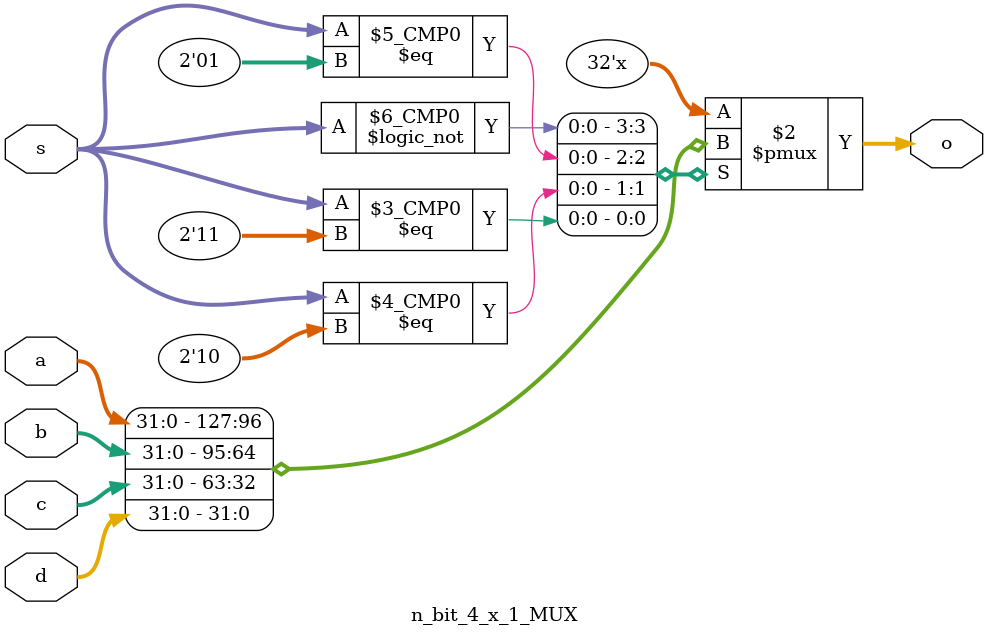
<source format=v>
`timescale 1ns / 1ps

module n_bit_4_x_1_MUX #(parameter N = 32)(
    input [N-1:0] a,
    input [N-1:0] b,
    input [N-1:0] c,
    input [N-1:0] d,
    input [1:0] s,
    output reg [N-1:0] o
    );

 always @ ( a or b or c or d or s)
	begin
		case(s)
		  2'b00: o <= a;
		  2'b01: o <= b;
		  2'b10: o <= c;
		  2'b11: o <= d;
		endcase
	end
endmodule
</source>
